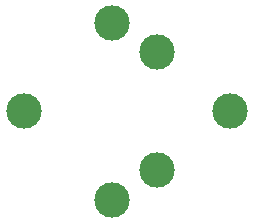
<source format=gbr>
G04 #@! TF.FileFunction,Copper,L1,Top,Signal*
%FSLAX46Y46*%
G04 Gerber Fmt 4.6, Leading zero omitted, Abs format (unit mm)*
G04 Created by KiCad (PCBNEW 4.0.7+dfsg1-1ubuntu2) date Wed Aug 15 18:30:10 2018*
%MOMM*%
%LPD*%
G01*
G04 APERTURE LIST*
%ADD10C,0.100000*%
%ADD11C,3.000000*%
G04 APERTURE END LIST*
D10*
D11*
X-3750000Y-7500000D03*
X-3750000Y7500000D03*
X6250000Y0D03*
X-11250000Y0D03*
X0Y-5000000D03*
X0Y5000000D03*
M02*

</source>
